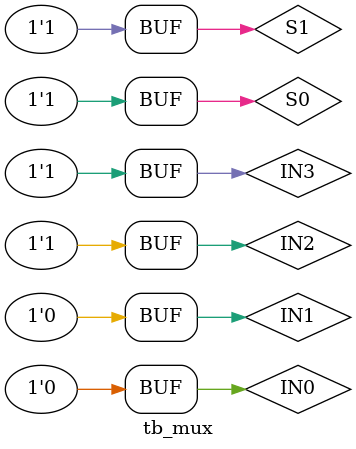
<source format=v>

`timescale 10ns/1ps

module tb_mux;

reg IN0, IN1, IN2, IN3;
reg S0, S1;
wire OUTPUT;

MUX4_to_1 behavior_mux( OUTPUT, IN0, IN1, IN2, IN3, S1, S0);

initial
begin
	IN0 = 1'b0; IN1 = 1'b0; IN2 = 1'b1; IN3 = 1'b1;
	S1 = 1'b0; S0 = 1'b0;
	# 1
	S1 = 1'b0; S0 = 1'b1; 
	# 1
	S1 = 1'b1; S0 = 1'b0;  
	# 1
	S1 = 1'b1; S0 = 1'b1; 
	# 1;
end

endmodule

</source>
